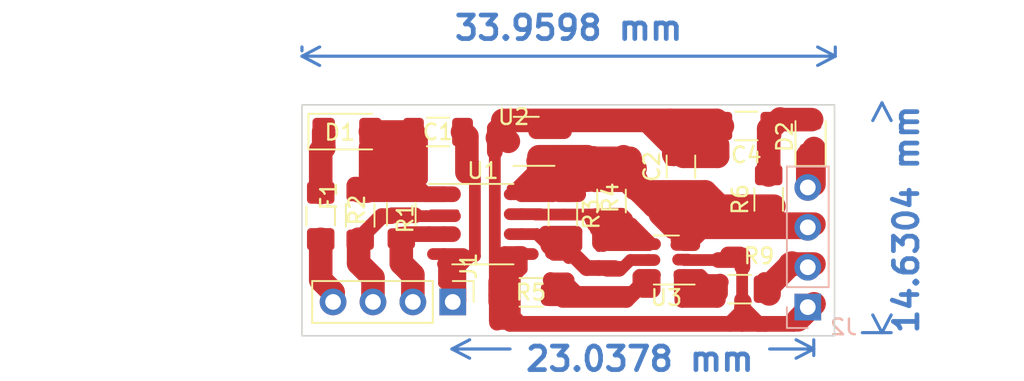
<source format=kicad_pcb>
(kicad_pcb (version 20221018) (generator pcbnew)
  (layers (0 "F.Cu" signal) (31 "B.Cu" signal) (34 "B.Paste" user) (35 "F.Paste" user) (36 "B.SilkS" user "B.Silkscreen") (37 "F.SilkS" user "F.Silkscreen") (38 "B.Mask" user) (39 "F.Mask" user) (44 "Edge.Cuts" user))
  (net 0 "")
  (net 1 "Net-(D1-A)")
  (net 2 "GND1")
  (net 3 "GNDS")
  (net 4 "Net-(J2-Pin_3)")
  (net 5 "Net-(D2-A)")
  (net 6 "Net-(D1-K)")
  (net 7 "Net-(D2-K)")
  (net 8 "Net-(J1-Pin_4)")
  (net 9 "Net-(J1-Pin_2)")
  (net 10 "Net-(J1-Pin_3)")
  (net 11 "Net-(J2-Pin_2)")
  (net 12 "Net-(U3-SCL)")
  (net 13 "Net-(U3-SDA)")
  (net 14 "Net-(U3-A0)")
  (net 15 "Net-(U3-VOUT)")
  (footprint "Resistor_SMD:R_1206_3216Metric_Pad1.30x1.75mm_HandSolder" (layer "F.Cu") (at 59.9186 155.3216 -90)
    (fp_text reference "R3" (at 0 -1.82 90) (layer "F.SilkS"))
    (fp_text value "10k")
    (fp_line (start -0.727064 -0.91) (end 0.727064 -0.91) (stroke (width 0.12)) (layer "F.SilkS"))
    (fp_line (start -0.727064 0.91) (end 0.727064 0.91) (stroke (width 0.12)) (layer "F.SilkS"))
    (pad "1" smd roundrect (at -1.55 0 270) (size 1.3 1.75) (layers "F.Cu" "F.Paste" "F.Mask") (roundrect_rratio 0.1923076923) (net 4 "Net-(J2-Pin_3)"))
    (pad "2" smd roundrect (at 1.55 0 270) (size 1.3 1.75) (layers "F.Cu" "F.Paste" "F.Mask") (roundrect_rratio 0.1923076923) (net 12 "Net-(U3-SCL)"))
  )
  (footprint "Package_TO_SOT_SMD:SOT-23-6" (layer "F.Cu") (at 66.5095 158.242 180)
    (fp_text reference "U3" (at 0 -2.4) (layer "F.SilkS"))
    (fp_text value "MCP4725")
    (fp_line (start 0 -1.56) (end -1.8 -1.56) (stroke (width 0.12)) (layer "F.SilkS"))
    (fp_line (start 0 -1.56) (end 0.8 -1.56) (stroke (width 0.12)) (layer "F.SilkS"))
    (fp_line (start 0 1.56) (end -0.8 1.56) (stroke (width 0.12)) (layer "F.SilkS"))
    (fp_line (start 0 1.56) (end 0.8 1.56) (stroke (width 0.12)) (layer "F.SilkS"))
    (pad "1" smd roundrect (at -1.1375 -0.95 180) (size 1.325 0.6) (layers "F.Cu" "F.Paste" "F.Mask") (net 15 "Net-(U3-VOUT)"))
    (pad "2" smd roundrect (at -1.1375 0 180) (size 1.325 0.6) (layers "F.Cu" "F.Paste" "F.Mask") (net 3 "GNDS"))
    (pad "3" smd roundrect (at -1.1375 0.95 180) (size 1.325 0.6) (layers "F.Cu" "F.Paste" "F.Mask") (net 4 "Net-(J2-Pin_3)"))
    (pad "4" smd roundrect (at 1.1375 0.95 180) (size 1.325 0.6) (layers "F.Cu" "F.Paste" "F.Mask") (net 13 "Net-(U3-SDA)"))
    (pad "5" smd roundrect (at 1.1375 0 180) (size 1.325 0.6) (layers "F.Cu" "F.Paste" "F.Mask") (net 12 "Net-(U3-SCL)"))
    (pad "6" smd roundrect (at 1.1375 -0.95 180) (size 1.325 0.6) (layers "F.Cu" "F.Paste" "F.Mask") (net 14 "Net-(U3-A0)"))
  )
  (footprint "Package_TO_SOT_SMD:SOT-23-3" (layer "F.Cu") (at 57.5873 150.683 180)
    (fp_text reference "U2" (at 0.8 1.56) (layer "F.SilkS"))
    (fp_text value "ZRB500_5")
    (fp_line (start 0 -1.56) (end -1.8 -1.56) (stroke (width 0.12)) (layer "F.SilkS"))
    (fp_line (start 0 -1.56) (end 0.8 -1.56) (stroke (width 0.12)) (layer "F.SilkS"))
    (fp_line (start 0 1.56) (end -0.8 1.56) (stroke (width 0.12)) (layer "F.SilkS"))
    (fp_line (start 0 1.56) (end 0.8 1.56) (stroke (width 0.12)) (layer "F.SilkS"))
    (pad "1" smd roundrect (at -1.1375 -0.95 180) (size 1.325 0.6) (layers "F.Cu" "F.Paste" "F.Mask") (net 4 "Net-(J2-Pin_3)"))
    (pad "2" smd roundrect (at -1.1375 0.95 180) (size 1.325 0.6) (layers "F.Cu" "F.Paste" "F.Mask") (net 3 "GNDS"))
    (pad "3" smd roundrect (at 1.1375 0 180) (size 1.325 0.6) (layers "F.Cu" "F.Paste" "F.Mask") (net 3 "GNDS"))
  )
  (footprint "Diode_SMD:D_1206_3216Metric_Pad1.42x1.75mm_HandSolder" (layer "F.Cu") (at 46.1772 150.0632)
    (fp_text reference "D1" (at -0.4572 0.0508) (layer "F.SilkS"))
    (fp_text value "Schottky")
    (fp_line (start -2.46 -1.135) (end -2.46 1.135) (stroke (width 0.12)) (layer "F.SilkS"))
    (fp_line (start -2.46 1.135) (end 1.6 1.135) (stroke (width 0.12)) (layer "F.SilkS"))
    (fp_line (start 1.6 -1.135) (end -2.46 -1.135) (stroke (width 0.12)) (layer "F.SilkS"))
    (pad "1" smd roundrect (at -1.4875 0) (size 1.425 1.75) (layers "F.Cu" "F.Paste" "F.Mask") (roundrect_rratio 0.1754392982) (net 6 "Net-(D1-K)"))
    (pad "2" smd roundrect (at 1.4875 0) (size 1.425 1.75) (layers "F.Cu" "F.Paste" "F.Mask") (roundrect_rratio 0.1754392982) (net 1 "Net-(D1-A)"))
  )
  (footprint "Fuse:Fuse_1206_3216Metric_Pad1.42x1.75mm_HandSolder" (layer "F.Cu") (at 44.5008 155.4337 -90)
    (fp_text reference "F1" (at -1.27 -0.508 -270) (layer "F.SilkS"))
    (fp_text value "100mA")
    (fp_line (start -0.602064 -0.91) (end 0.602064 -0.91) (stroke (width 0.12)) (layer "F.SilkS"))
    (fp_line (start -0.602064 0.91) (end 0.602064 0.91) (stroke (width 0.12)) (layer "F.SilkS"))
    (pad "1" smd roundrect (at -1.4875 0 270) (size 1.425 1.75) (layers "F.Cu" "F.Paste" "F.Mask") (roundrect_rratio 0.1754392982) (net 6 "Net-(D1-K)"))
    (pad "2" smd roundrect (at 1.4875 0 270) (size 1.425 1.75) (layers "F.Cu" "F.Paste" "F.Mask") (roundrect_rratio 0.1754392982) (net 8 "Net-(J1-Pin_4)"))
  )
  (footprint "Resistor_SMD:R_1206_3216Metric_Pad1.30x1.75mm_HandSolder" (layer "F.Cu") (at 73.025 154.3812 90)
    (fp_text reference "R6" (at 0 -1.82 90) (layer "F.SilkS"))
    (fp_text value "3k")
    (fp_line (start -0.727064 -0.91) (end 0.727064 -0.91) (stroke (width 0.12)) (layer "F.SilkS"))
    (fp_line (start -0.727064 0.91) (end 0.727064 0.91) (stroke (width 0.12)) (layer "F.SilkS"))
    (pad "1" smd roundrect (at -1.55 0 90) (size 1.3 1.75) (layers "F.Cu" "F.Paste" "F.Mask") (roundrect_rratio 0.1923076923) (net 4 "Net-(J2-Pin_3)"))
    (pad "2" smd roundrect (at 1.55 0 90) (size 1.3 1.75) (layers "F.Cu" "F.Paste" "F.Mask") (roundrect_rratio 0.1923076923) (net 5 "Net-(D2-A)"))
  )
  (footprint "Resistor_SMD:R_1206_3216Metric_Pad1.30x1.75mm_HandSolder" (layer "F.Cu") (at 63.0174 154.4828 -90)
    (fp_text reference "R4" (at -0.2038 0.0762 90) (layer "F.SilkS"))
    (fp_text value "10k")
    (fp_line (start -0.727064 -0.91) (end 0.727064 -0.91) (stroke (width 0.12)) (layer "F.SilkS"))
    (fp_line (start -0.727064 0.91) (end 0.727064 0.91) (stroke (width 0.12)) (layer "F.SilkS"))
    (pad "1" smd roundrect (at -1.55 0 270) (size 1.3 1.75) (layers "F.Cu" "F.Paste" "F.Mask") (roundrect_rratio 0.1923076923) (net 4 "Net-(J2-Pin_3)"))
    (pad "2" smd roundrect (at 1.55 0 270) (size 1.3 1.75) (layers "F.Cu" "F.Paste" "F.Mask") (roundrect_rratio 0.1923076923) (net 13 "Net-(U3-SDA)"))
  )
  (footprint "Diode_SMD:D_0805_2012Metric_Pad1.15x1.40mm_HandSolder" (layer "F.Cu") (at 75.692 150.3934 90)
    (fp_text reference "D2" (at 0 -1.65 90) (layer "F.SilkS"))
    (fp_text value "DIODE")
    (fp_line (start -1.86 -0.96) (end -1.86 0.96) (stroke (width 0.12)) (layer "F.SilkS"))
    (fp_line (start -1.86 0.96) (end 1 0.96) (stroke (width 0.12)) (layer "F.SilkS"))
    (fp_line (start 1 -0.96) (end -1.86 -0.96) (stroke (width 0.12)) (layer "F.SilkS"))
    (pad "1" smd roundrect (at -1.025 0 90) (size 1.15 1.4) (layers "F.Cu" "F.Paste" "F.Mask") (roundrect_rratio 0.217391) (net 7 "Net-(D2-K)"))
    (pad "2" smd roundrect (at 1.025 0 90) (size 1.15 1.4) (layers "F.Cu" "F.Paste" "F.Mask") (roundrect_rratio 0.217391) (net 5 "Net-(D2-A)"))
  )
  (footprint "Resistor_SMD:R_1206_3216Metric_Pad1.30x1.75mm_HandSolder" (layer "F.Cu") (at 49.6316 155.321 -90)
    (fp_text reference "R1" (at 0.254 -0.254 90) (layer "F.SilkS"))
    (fp_text value "10k")
    (fp_line (start -0.727064 -0.91) (end 0.727064 -0.91) (stroke (width 0.12)) (layer "F.SilkS"))
    (fp_line (start -0.727064 0.91) (end 0.727064 0.91) (stroke (width 0.12)) (layer "F.SilkS"))
    (pad "1" smd roundrect (at -1.55 0 270) (size 1.3 1.75) (layers "F.Cu" "F.Paste" "F.Mask") (roundrect_rratio 0.1923076923) (net 1 "Net-(D1-A)"))
    (pad "2" smd roundrect (at 1.55 0 270) (size 1.3 1.75) (layers "F.Cu" "F.Paste" "F.Mask") (roundrect_rratio 0.1923076923) (net 9 "Net-(J1-Pin_2)"))
  )
  (footprint "Connector_PinHeader_2.54mm:PinHeader_1x04_P2.54mm_Vertical" (layer "F.Cu") (at 52.9082 160.909 -90)
    (fp_text reference "J1" (at -2.286 -1.016 -270) (layer "F.SilkS"))
    (fp_text value "+5V,SCL,SDA,Gnd1")
    (fp_line (start -1.33 -1.33) (end 0 -1.33) (stroke (width 0.12)) (layer "F.SilkS"))
    (fp_line (start -1.33 0) (end -1.33 -1.33) (stroke (width 0.12)) (layer "F.SilkS"))
    (fp_line (start -1.33 1.27) (end -1.33 8.95) (stroke (width 0.12)) (layer "F.SilkS"))
    (fp_line (start -1.33 1.27) (end 1.33 1.27) (stroke (width 0.12)) (layer "F.SilkS"))
    (fp_line (start -1.33 8.95) (end 1.33 8.95) (stroke (width 0.12)) (layer "F.SilkS"))
    (fp_line (start 1.33 1.27) (end 1.33 8.95) (stroke (width 0.12)) (layer "F.SilkS"))
    (pad "1" thru_hole rect (at 0 0 270) (size 1.7 1.7) (drill 1) (layers "*.Cu" "*.Mask") (net 2 "GND1"))
    (pad "2" thru_hole oval (at 0 2.54 270) (size 1.7 1.7) (drill 1) (layers "*.Cu" "*.Mask") (net 9 "Net-(J1-Pin_2)"))
    (pad "3" thru_hole oval (at 0 5.08 270) (size 1.7 1.7) (drill 1) (layers "*.Cu" "*.Mask") (net 10 "Net-(J1-Pin_3)"))
    (pad "4" thru_hole oval (at 0 7.62 270) (size 1.7 1.7) (drill 1) (layers "*.Cu" "*.Mask") (net 8 "Net-(J1-Pin_4)"))
  )
  (footprint "Resistor_SMD:R_1206_3216Metric_Pad1.30x1.75mm_HandSolder" (layer "F.Cu") (at 57.8866 160.2994 180)
    (fp_text reference "R5" (at 0 0) (layer "F.SilkS"))
    (fp_text value "10k")
    (fp_line (start -0.727064 -0.91) (end 0.727064 -0.91) (stroke (width 0.12)) (layer "F.SilkS"))
    (fp_line (start -0.727064 0.91) (end 0.727064 0.91) (stroke (width 0.12)) (layer "F.SilkS"))
    (pad "1" smd roundrect (at -1.55 0 180) (size 1.3 1.75) (layers "F.Cu" "F.Paste" "F.Mask") (roundrect_rratio 0.1923076923) (net 14 "Net-(U3-A0)"))
    (pad "2" smd roundrect (at 1.55 0 180) (size 1.3 1.75) (layers "F.Cu" "F.Paste" "F.Mask") (roundrect_rratio 0.1923076923) (net 3 "GNDS"))
  )
  (footprint "Capacitor_SMD:C_1206_3216Metric_Pad1.33x1.80mm_HandSolder" (layer "F.Cu") (at 71.6026 149.7076 180)
    (fp_text reference "C4" (at 0 -1.85 180) (layer "F.SilkS"))
    (fp_text value "10")
    (fp_line (start -0.711252 -0.91) (end 0.711252 -0.91) (stroke (width 0.12)) (layer "F.SilkS"))
    (fp_line (start -0.711252 0.91) (end 0.711252 0.91) (stroke (width 0.12)) (layer "F.SilkS"))
    (pad "1" smd roundrect (at -1.5625 0 180) (size 1.325 1.8) (layers "F.Cu" "F.Paste" "F.Mask") (roundrect_rratio 0.188679) (net 5 "Net-(D2-A)"))
    (pad "2" smd roundrect (at 1.5625 0 180) (size 1.325 1.8) (layers "F.Cu" "F.Paste" "F.Mask") (roundrect_rratio 0.188679) (net 3 "GNDS"))
  )
  (footprint "Resistor_SMD:R_1206_3216Metric_Pad1.30x1.75mm_HandSolder" (layer "F.Cu") (at 71.1714 160.0962)
    (fp_text reference "R9" (at 1.2323 -2.1082) (layer "F.SilkS"))
    (fp_text value "10k")
    (fp_line (start -0.727064 -0.91) (end 0.727064 -0.91) (stroke (width 0.12)) (layer "F.SilkS"))
    (fp_line (start -0.727064 0.91) (end 0.727064 0.91) (stroke (width 0.12)) (layer "F.SilkS"))
    (pad "1" smd roundrect (at -1.55 0) (size 1.3 1.75) (layers "F.Cu" "F.Paste" "F.Mask") (roundrect_rratio 0.1923076923) (net 15 "Net-(U3-VOUT)"))
    (pad "2" smd roundrect (at 1.55 0) (size 1.3 1.75) (layers "F.Cu" "F.Paste" "F.Mask") (roundrect_rratio 0.1923076923) (net 11 "Net-(J2-Pin_2)"))
  )
  (footprint "Resistor_SMD:R_1206_3216Metric_Pad1.30x1.75mm_HandSolder" (layer "F.Cu") (at 47.0154 155.3972 -90)
    (fp_text reference "R2" (at -0.338 0.212 90) (layer "F.SilkS"))
    (fp_text value "10k")
    (fp_line (start -0.727064 -0.91) (end 0.727064 -0.91) (stroke (width 0.12)) (layer "F.SilkS"))
    (fp_line (start -0.727064 0.91) (end 0.727064 0.91) (stroke (width 0.12)) (layer "F.SilkS"))
    (pad "1" smd roundrect (at -1.55 0 270) (size 1.3 1.75) (layers "F.Cu" "F.Paste" "F.Mask") (roundrect_rratio 0.1923076923) (net 1 "Net-(D1-A)"))
    (pad "2" smd roundrect (at 1.55 0 270) (size 1.3 1.75) (layers "F.Cu" "F.Paste" "F.Mask") (roundrect_rratio 0.1923076923) (net 10 "Net-(J1-Pin_3)"))
  )
  (footprint "Capacitor_SMD:C_1206_3216Metric_Pad1.33x1.80mm_HandSolder" (layer "F.Cu") (at 67.437 152.2984 90)
    (fp_text reference "C2" (at 0 -1.85 90) (layer "F.SilkS"))
    (fp_text value "10µF")
    (fp_line (start -0.711252 -0.91) (end 0.711252 -0.91) (stroke (width 0.12)) (layer "F.SilkS"))
    (fp_line (start -0.711252 0.91) (end 0.711252 0.91) (stroke (width 0.12)) (layer "F.SilkS"))
    (pad "1" smd roundrect (at -1.5625 0 90) (size 1.325 1.8) (layers "F.Cu" "F.Paste" "F.Mask") (roundrect_rratio 0.188679) (net 4 "Net-(J2-Pin_3)"))
    (pad "2" smd roundrect (at 1.5625 0 90) (size 1.325 1.8) (layers "F.Cu" "F.Paste" "F.Mask") (roundrect_rratio 0.188679) (net 3 "GNDS"))
  )
  (footprint "Capacitor_SMD:C_1206_3216Metric_Pad1.33x1.80mm_HandSolder" (layer "F.Cu") (at 51.9684 150.0886)
    (fp_text reference "C1" (at 0 0) (layer "F.SilkS"))
    (fp_text value "10µ")
    (fp_line (start -0.711252 -0.91) (end 0.711252 -0.91) (stroke (width 0.12)) (layer "F.SilkS"))
    (fp_line (start -0.711252 0.91) (end 0.711252 0.91) (stroke (width 0.12)) (layer "F.SilkS"))
    (pad "1" smd roundrect (at -1.5625 0) (size 1.325 1.8) (layers "F.Cu" "F.Paste" "F.Mask") (roundrect_rratio 0.1886792453) (net 1 "Net-(D1-A)"))
    (pad "2" smd roundrect (at 1.5625 0) (size 1.325 1.8) (layers "F.Cu" "F.Paste" "F.Mask") (roundrect_rratio 0.1886792453) (net 2 "GND1"))
  )
  (footprint "Package_SO:SOIC-8_3.9x4.9mm_P1.27mm" (layer "F.Cu") (at 54.8255 155.956)
    (fp_text reference "U1" (at 0 -3.4) (layer "F.SilkS"))
    (fp_text value "ADuM1250")
    (fp_line (start 0 -2.56) (end -3.45 -2.56) (stroke (width 0.12)) (layer "F.SilkS"))
    (fp_line (start 0 -2.56) (end 1.95 -2.56) (stroke (width 0.12)) (layer "F.SilkS"))
    (fp_line (start 0 2.56) (end -1.95 2.56) (stroke (width 0.12)) (layer "F.SilkS"))
    (fp_line (start 0 2.56) (end 1.95 2.56) (stroke (width 0.12)) (layer "F.SilkS"))
    (pad "1" smd roundrect (at -2.475 -1.905) (size 1.95 0.6) (layers "F.Cu" "F.Paste" "F.Mask") (net 1 "Net-(D1-A)"))
    (pad "2" smd roundrect (at -2.475 -0.635) (size 1.95 0.6) (layers "F.Cu" "F.Paste" "F.Mask") (net 10 "Net-(J1-Pin_3)"))
    (pad "3" smd roundrect (at -2.475 0.635) (size 1.95 0.6) (layers "F.Cu" "F.Paste" "F.Mask") (net 9 "Net-(J1-Pin_2)"))
    (pad "4" smd roundrect (at -2.475 1.905) (size 1.95 0.6) (layers "F.Cu" "F.Paste" "F.Mask") (net 2 "GND1"))
    (pad "5" smd roundrect (at 2.475 1.905) (size 1.95 0.6) (layers "F.Cu" "F.Paste" "F.Mask") (net 3 "GNDS"))
    (pad "6" smd roundrect (at 2.475 0.635) (size 1.95 0.6) (layers "F.Cu" "F.Paste" "F.Mask") (net 12 "Net-(U3-SCL)"))
    (pad "7" smd roundrect (at 2.475 -0.635) (size 1.95 0.6) (layers "F.Cu" "F.Paste" "F.Mask") (net 13 "Net-(U3-SDA)"))
    (pad "8" smd roundrect (at 2.475 -1.905) (size 1.95 0.6) (layers "F.Cu" "F.Paste" "F.Mask") (net 4 "Net-(J2-Pin_3)"))
  )
  (footprint "Connector_PinHeader_2.54mm:PinHeader_1x04_P2.54mm_Vertical" (layer "B.Cu") (at 75.5142 161.2392)
    (fp_text reference "J2" (at 2.286 1.27) (layer "B.SilkS") (effects (justify mirror)))
    (fp_text value "+30V,+5V,Dac_Out,Ground_s")
    (fp_line (start -1.33 -8.95) (end 1.33 -8.95) (stroke (width 0.12)) (layer "B.SilkS"))
    (fp_line (start -1.33 -1.27) (end -1.33 -8.95) (stroke (width 0.12)) (layer "B.SilkS"))
    (fp_line (start -1.33 -1.27) (end 1.33 -1.27) (stroke (width 0.12)) (layer "B.SilkS"))
    (fp_line (start -1.33 0) (end -1.33 1.33) (stroke (width 0.12)) (layer "B.SilkS"))
    (fp_line (start -1.33 1.33) (end 0 1.33) (stroke (width 0.12)) (layer "B.SilkS"))
    (fp_line (start 1.33 -1.27) (end 1.33 -8.95) (stroke (width 0.12)) (layer "B.SilkS"))
    (pad "1" thru_hole rect (at 0 0) (size 1.7 1.7) (drill 1) (layers "*.Cu" "*.Mask") (net 3 "GNDS"))
    (pad "2" thru_hole oval (at 0 -2.54) (size 1.7 1.7) (drill 1) (layers "*.Cu" "*.Mask") (net 11 "Net-(J2-Pin_2)"))
    (pad "3" thru_hole oval (at 0 -5.08) (size 1.7 1.7) (drill 1) (layers "*.Cu" "*.Mask") (net 4 "Net-(J2-Pin_3)"))
    (pad "4" thru_hole oval (at 0 -7.62) (size 1.7 1.7) (drill 1) (layers "*.Cu" "*.Mask") (net 7 "Net-(D2-K)"))
  )
  (gr_rect (start 24.13 163.322) (end 24.13 163.322) (stroke (width 0.1)) (fill none) (layer "Edge.Cuts"))
  (gr_rect (start 43.307 148.3614) (end 77.216 163.068) (stroke (width 0.1)) (fill none) (layer "Edge.Cuts"))
  (dimension (type orthogonal) (layer "B.Cu") (pts (xy 43.307 145.415) (xy 77.2668 145.6436)) (height -0.1524) (orientation 0) (gr_text "33,9598 mm" (at 60.2869 143.4626) (layer "B.Cu") (effects (font (size 1.5 1.5) (thickness 0.3)))) (format (prefix "") (suffix "") (units 3) (units_format 1) (precision 4)) (style (thickness 0.2) (arrow_length 1.27) (text_position_mode 0) (extension_height 0.58642) (extension_offset 0.5) keep_text_aligned))
  (dimension (type orthogonal) (layer "B.Cu") (pts (xy 52.8574 163.9062) (xy 75.8952 164.8206)) (height 0) (orientation 0) (gr_text "23,0378 mm" (at 64.8208 164.5412) (layer "B.Cu") (effects (font (size 1.5 1.5) (thickness 0.3)))) (format (prefix "") (suffix "") (units 3) (units_format 1) (precision 4)) (style (thickness 0.2) (arrow_length 1.27) (text_position_mode 2) (extension_height 0.58642) (extension_offset 0.5) keep_text_aligned))
  (dimension (type orthogonal) (layer "B.Cu") (pts (xy 80.2386 148.2344) (xy 78.486 162.8648)) (height 0) (orientation 1) (gr_text "14,6304 mm" (at 81.788 155.6512 90) (layer "B.Cu") (effects (font (size 1.5 1.5) (thickness 0.3)))) (format (prefix "") (suffix "") (units 3) (units_format 1) (precision 4)) (style (thickness 0.2) (arrow_length 1.27) (text_position_mode 2) (extension_height 0.58642) (extension_offset 0.5) keep_text_aligned))
  (segment (start 50.9524 153.107928) (end 50.9524 150.472872) (width 0.75) (layer "F.Cu") (net 1))
  (segment (start 47.6901 150.0886) (end 47.6647 150.0632) (width 1.5) (layer "F.Cu") (net 1))
  (segment (start 47.679 152.8096) (end 48.1584 153.289) (width 1.5) (layer "F.Cu") (net 1))
  (segment (start 46.6604 153.4414) (end 49.1484 153.4414) (width 1) (layer "F.Cu") (net 1))
  (segment (start 50.4059 150.0886) (end 47.6901 150.0886) (width 1.5) (layer "F.Cu") (net 1))
  (segment (start 52.3505 154.051) (end 52.9205 154.051) (width 1) (layer "F.Cu") (net 1))
  (segment (start 49.489388 151.696) (end 49.586556 151.598832) (width 1.5) (layer "F.Cu") (net 1))
  (segment (start 47.679 151.0792) (end 47.679 152.8096) (width 1.5) (layer "F.Cu") (net 1))
  (segment (start 51.1425 154.051) (end 49.9995 152.908) (width 1) (layer "F.Cu") (net 1))
  (segment (start 52.3505 154.051) (end 51.1425 154.051) (width 1) (layer "F.Cu") (net 1))
  (segment (start 47.9806 153.2128) (end 49.702044 151.491356) (width 1.5) (layer "F.Cu") (net 1))
  (segment (start 49.1955 152.104) (end 49.9995 152.908) (width 1.5) (layer "F.Cu") (net 1))
  (segment (start 47.679 151.0792) (end 49.8217 151.0792) (width 1.5) (layer "F.Cu") (net 1))
  (segment (start 52.3505 154.051) (end 47.1938 154.051) (width 1) (layer "F.Cu") (net 1))
  (segment (start 49.6316 153.771) (end 46.964 153.771) (width 1.5) (layer "F.Cu") (net 1))
  (segment (start 47.4523 153.8472) (end 49.1955 152.104) (width 1.5) (layer "F.Cu") (net 1))
  (segment (start 47.1938 154.051) (end 46.8122 153.6694) (width 1) (layer "F.Cu") (net 1))
  (segment (start 49.8217 151.0792) (end 50.3805 151.638) (width 1.5) (layer "F.Cu") (net 1))
  (segment (start 50.3428 152.3746) (end 50.3428 151.048712) (width 1.5) (layer "F.Cu") (net 1))
  (segment (start 49.4915 152.654) (end 48.9835 152.654) (width 0.75) (layer "F.Cu") (net 1))
  (segment (start 46.964 153.771) (end 46.9138 153.8212) (width 1.5) (layer "F.Cu") (net 1))
  (segment (start 50.5075 153.416) (end 50.303226 153.416) (width 0.75) (layer "F.Cu") (net 1))
  (segment (start 49.9735 152.882) (end 49.9995 152.908) (width 1) (layer "F.Cu") (net 1))
  (segment (start 48.9204 152.527) (end 48.1584 153.289) (width 1.5) (layer "F.Cu") (net 1))
  (segment (start 47.0154 153.8472) (end 47.4523 153.8472) (width 1.5) (layer "F.Cu") (net 1))
  (segment (start 53.3015 158.75) (end 53.01595 159.03555) (width 0.75) (layer "F.Cu") (net 2))
  (segment (start 54.3175 157.988) (end 53.5555 157.988) (width 0.75) (layer "F.Cu") (net 2))
  (segment (start 52.4775 157.988) (end 53.5555 157.988) (width 1) (layer "F.Cu") (net 2))
  (segment (start 53.8095 150.3672) (end 53.5309 150.0886) (width 1.5) (layer "F.Cu") (net 2))
  (segment (start 54.3175 153.162) (end 54.3175 152.223) (width 0.75) (layer "F.Cu") (net 2))
  (segment (start 54.3175 152.223) (end 53.771 151.6765) (width 0.75) (layer "F.Cu") (net 2))
  (segment (start 53.3015 158.75) (end 53.0475 158.496) (width 0.75) (layer "F.Cu") (net 2))
  (segment (start 53.01595 159.03555) (end 52.3505 159.701) (width 0.75) (layer "F.Cu") (net 2))
  (segment (start 53.8095 152.654) (end 53.8095 150.3672) (width 1.5) (layer "F.Cu") (net 2))
  (segment (start 53.8095 152.654) (end 54.3175 153.162) (width 0.75) (layer "F.Cu") (net 2))
  (segment (start 53.5555 158.496) (end 53.3015 158.75) (width 0.75) (layer "F.Cu") (net 2))
  (segment (start 54.0635 157.988) (end 53.5555 158.496) (width 0.75) (layer "F.Cu") (net 2))
  (segment (start 53.5555 157.988) (end 53.5555 158.496) (width 0.75) (layer "F.Cu") (net 2))
  (segment (start 52.3505 157.861) (end 51.6505 157.861) (width 0.75) (layer "F.Cu") (net 2))
  (segment (start 54.3175 157.988) (end 54.0635 157.988) (width 0.75) (layer "F.Cu") (net 2))
  (segment (start 52.9082 160.909) (end 53.01595 160.80125) (width 1.5) (layer "F.Cu") (net 2))
  (segment (start 54.3175 153.162) (end 54.3175 157.988) (width 0.75) (layer "F.Cu") (net 2))
  (segment (start 53.0475 158.496) (end 52.2855 158.496) (width 0.75) (layer "F.Cu") (net 2))
  (segment (start 52.3505 157.861) (end 52.3505 159.701) (width 0.75) (layer "F.Cu") (net 2))
  (segment (start 53.01595 160.80125) (end 53.01595 159.03555) (width 1.5) (layer "F.Cu") (net 2))
  (segment (start 71.3355 161.544) (end 70.5735 162.306) (width 1) (layer "F.Cu") (net 3))
  (segment (start 57.3005 157.861) (end 58.0005 157.861) (width 0.75) (layer "F.Cu") (net 3))
  (segment (start 57.3005 157.861) (end 56.9845 157.861) (width 1) (layer "F.Cu") (net 3))
  (segment (start 57.3005 157.861) (end 57.3005 158.815) (width 0.75) (layer "F.Cu") (net 3))
  (segment (start 71.1962 157.8864) (end 70.4342 157.8864) (width 1) (layer "F.Cu") (net 3))
  (segment (start 74.6375 162.306) (end 74.8915 162.052) (width 1) (layer "F.Cu") (net 3))
  (segment (start 55.8038 162.306) (end 68.2875 162.306) (width 0.75) (layer "F.Cu") (net 3))
  (segment (start 69.773 151.638) (end 67.5996 151.638) (width 1.5) (layer "F.Cu") (net 3))
  (segment (start 56.2225 158.369) (end 56.6035 158.75) (width 1) (layer "F.Cu") (net 3))
  (segment (start 71.3355 162.306) (end 72.8595 162.306) (width 1) (layer "F.Cu") (net 3))
  (segment (start 74.8915 162.052) (end 75.1455 161.798) (width 1) (layer "F.Cu") (net 3))
  (segment (start 75.9075 161.036) (end 74.8915 162.052) (width 1.5) (layer "F.Cu") (net 3))
  (segment (start 57.3655 162.306) (end 56.6928 162.306) (width 0.75) (layer "F.Cu") (net 3))
  (segment (start 55.7505 150.459) (end 56.6035 149.606) (width 0.75) (layer "F.Cu") (net 3))
  (segment (start 55.7276 160.528) (end 55.6768 160.4772) (width 0.75) (layer "F.Cu") (net 3))
  (segment (start 66.6496 150.6982) (end 65.4056 149.4542) (width 1.5) (layer "F.Cu") (net 3))
  (segment (start 55.7505 149.697) (end 55.7505 150.459) (width 0.75) (layer "F.Cu") (net 3))
  (segment (start 71.3355 161.29) (end 71.3355 161.544) (width 1) (layer "F.Cu") (net 3))
  (segment (start 56.3366 160.2994) (end 56.3366 161.6208) (width 1) (layer "F.Cu") (net 3))
  (segment (start 71.3486 158.6992) (end 71.3486 157.9372) (width 1) (layer "F.Cu") (net 3))
  (segment (start 56.3366 161.6208) (end 55.7276 162.2298) (width 1) (layer "F.Cu") (net 3))
  (segment (start 55.6768 159.613) (end 55.6768 160.4772) (width 1) (layer "F.Cu") (net 3))
  (segment (start 71.3355 158.93775) (end 71.3355 161.10225) (width 0.75) (layer "F.Cu") (net 3))
  (segment (start 67.2592 158.2166) (end 67.8887 158.2166) (width 0.75) (layer "F.Cu") (net 3))
  (segment (start 56.8575 159.258) (end 56.8575 161.798) (width 0.75) (layer "F.Cu") (net 3))
  (segment (start 69.55095 151.0284) (end 67.10105 151.0284) (width 1.5) (layer "F.Cu") (net 3))
  (segment (start 57.3005 158.815) (end 56.8575 159.258) (width 0.75) (layer "F.Cu") (net 3))
  (segment (start 71.3355 162.306) (end 70.5735 162.306) (width 0.75) (layer "F.Cu") (net 3))
  (segment (start 55.7505 150.459) (end 56.2258 150.459) (width 1.5) (layer "F.Cu") (net 3))
  (segment (start 55.5875 151.358) (end 55.5875 162.0897) (width 0.75) (layer "F.Cu") (net 3))
  (segment (start 56.0955 159.258) (end 56.6035 158.75) (width 1) (layer "F.Cu") (net 3))
  (segment (start 69.773 150.9145) (end 69.773 151.638) (width 1.5) (layer "F.Cu") (net 3))
  (segment (start 69.8115 158.242) (end 67.647 158.242) (width 0.75) (layer "F.Cu") (net 3))
  (segment (start 55.5875 149.86) (end 55.5875 151.358) (width 1) (layer "F.Cu") (net 3))
  (segment (start 72.8595 162.306) (end 72.3515 162.306) (width 1) (layer "F.Cu") (net 3))
  (segment (start 75.9075 161.036) (end 75.1455 161.798) (width 1.5) (layer "F.Cu") (net 3))
  (segment (start 56.0955 149.352) (end 55.7505 149.697) (width 1) (layer "F.Cu") (net 3))
  (segment (start 69.146 150.0886) (end 68.0648 150.0886) (width 1.5) (layer "F.Cu") (net 3))
  (segment (start 72.8595 162.306) (end 74.6375 162.306) (width 1) (layer "F.Cu") (net 3))
  (segment (start 71.3355 162.306) (end 56.5515 162.306) (width 1) (layer "F.Cu") (net 3))
  (segment (start 66.9798 151.5182) (end 66.9798 150.437) (width 1.5) (layer "F.Cu") (net 3))
  (segment (start 56.2225 157.861) (end 56.2225 158.369) (width 1) (layer "F.Cu") (net 3))
  (segment (start 67.5996 151.638) (end 66.863 150.9014) (width 1.5) (layer "F.Cu") (net 3))
  (segment (start 56.8575 161.798) (end 57.3655 162.306) (width 0.75) (layer "F.Cu") (net 3))
  (segment (start 57.3655 162.306) (end 68.2875 162.306) (width 0.75) (layer "F.Cu") (net 3))
  (segment (start 72.3515 162.306) (end 71.3355 161.29) (width 1) (layer "F.Cu") (net 3))
  (segment (start 55.6768 160.4772) (end 55.6768 160.909) (width 1) (layer "F.Cu") (net 3))
  (segment (start 66.89495 149.606) (end 69.85865 149.606) (width 1.5) (layer "F.Cu") (net 3))
  (segment (start 56.6928 162.306) (end 55.7276 161.3408) (width 0.75) (layer "F.Cu") (net 3))
  (segment (start 71.3355 160.782) (end 71.4355 160.882) (width 1) (layer "F.Cu") (net 3))
  (segment (start 56.0955 149.352) (end 66.7512 149.352) (width 1.5) (layer "F.Cu") (net 3))
  (segment (start 66.863 150.9014) (end 66.863 149.4638) (width 1.5) (layer "F.Cu") (net 3))
  (segment (start 57.3005 157.861) (end 56.2225 157.861) (width 1) (layer "F.Cu") (net 3))
  (segment (start 55.5875 162.0897) (end 55.7276 162.2298) (width 0.75) (layer "F.Cu") (net 3))
  (segment (start 56.6035 149.606) (end 56.3495 149.606) (width 0.75) (layer "F.Cu") (net 3))
  (segment (start 55.7276 162.2298) (end 55.8038 162.306) (width 0.75) (layer "F.Cu") (net 3))
  (segment (start 71.3355 158.242) (end 69.8115 158.242) (width 1) (layer "F.Cu") (net 3))
  (segment (start 56.3495 149.606) (end 56.0955 149.352) (width 0.75) (layer "F.Cu") (net 3))
  (segment (start 59.9948 150.0378) (end 58.2168 150.0378) (width 1) (layer "F.Cu") (net 3))
  (segment (start 55.7276 162.2298) (end 55.7276 161.3408) (width 0.75) (layer "F.Cu") (net 3))
  (segment (start 55.7276 161.3408) (end 55.7276 161.2138) (width 0.75) (layer "F.Cu") (net 3))
  (segment (start 70.5735 162.306) (end 68.2875 162.306) (width 0.75) (layer "F.Cu") (net 3))
  (segment (start 55.7505 149.697) (end 55.5875 149.86) (width 1) (layer "F.Cu") (net 3))
  (segment (start 69.7222 149.352) (end 70.0778 149.7076) (width 1.5) (layer "F.Cu") (net 3))
  (segment (start 71.3355 162.306) (end 71.3355 161.29) (width 1) (layer "F.Cu") (net 3))
  (segment (start 66.7512 149.352) (end 69.7222 149.352) (width 1.5) (layer "F.Cu") (net 3))
  (segment (start 56.2258 150.459) (end 56.4498 150.683) (width 1.5) (layer "F.Cu") (net 3))
  (segment (start 71.3355 161.29) (end 71.3355 160.782) (width 1) (layer "F.Cu") (net 3))
  (segment (start 56.0955 161.29) (end 56.0955 159.258) (width 1) (layer "F.Cu") (net 3))
  (segment (start 66.7512 151.8797) (end 66.7512 151.0022) (width 0.75) (layer "F.Cu") (net 3))
  (segment (start 55.7276 162.2298) (end 55.7276 160.528) (width 0.75) (layer "F.Cu") (net 3))
  (segment (start 56.5515 162.306) (end 56.3235 162.078) (width 1) (layer "F.Cu") (net 3))
  (segment (start 66.863 149.4638) (end 66.7512 149.352) (width 1.5) (layer "F.Cu") (net 3))
  (segment (start 67.1576 154.7622) (end 66.4911 154.0957) (width 1) (layer "F.Cu") (net 4))
  (segment (start 56.6035 153.67) (end 57.1115 153.67) (width 0.5) (layer "F.Cu") (net 4))
  (segment (start 67.2084 156.2608) (end 67.2084 157.0228) (width 0.75) (layer "F.Cu") (net 4))
  (segment (start 65.2395 154.686) (end 65.4935 154.686) (width 0.75) (layer "F.Cu") (net 4))
  (segment (start 58.9026 152.146) (end 59.1566 151.892) (width 1) (layer "F.Cu") (net 4))
  (segment (start 57.3005 154.051) (end 59.2705 154.051) (width 1) (layer "F.Cu") (net 4))
  (segment (start 61.4555 153.136) (end 61.4295 153.162) (width 1.5) (layer "F.Cu") (net 4))
  (segment (start 60.4774 152.2476) (end 59.7539 152.9711) (width 1) (layer "F.Cu") (net 4))
  (segment (start 67.647 157.172774) (end 68.194637 156.625137) (width 0.75) (layer "F.Cu") (net 4))
  (segment (start 68.990774 155.829) (end 68.4145 155.829) (width 1.5) (layer "F.Cu") (net 4))
  (segment (start 61.214 152.2476) (end 61.976 153.0096) (width 1.5) (layer "F.Cu") (net 4))
  (segment (start 57.3005 154.051) (end 56.5375 154.051) (width 0.75) (layer "F.Cu") (net 4))
  (segment (start 66.3956 155.575) (end 67.4116 155.575) (width 0.75) (layer "F.Cu") (net 4))
  (segment (start 67.14765 157.2768) (end 67.77715 157.2768) (width 0.75) (layer "F.Cu") (net 4))
  (segment (start 61.4295 153.162) (end 61.9375 153.67) (width 0.5) (layer "F.Cu") (net 4))
  (segment (start 67.647 157.292) (end 67.647 157.172774) (width 0.75) (layer "F.Cu") (net 4))
  (segment (start 57.3005 154.051) (end 57.9355 153.416) (width 0.75) (layer "F.Cu") (net 4))
  (segment (start 60.8584 153.3398) (end 59.0804 153.3398) (width 0.5) (layer "F.Cu") (net 4))
  (segment (start 56.7305 154.051) (end 56.6035 154.178) (width 0.5) (layer "F.Cu") (net 4))
  (segment (start 64.8325 153.9028) (end 68.9906 153.9028) (width 1.5) (layer "F.Cu") (net 4))
  (segment (start 59.3096 152.5276) (end 59.0296 152.2476) (width 1) (layer "F.Cu") (net 4))
  (segment (start 65.7427 154.813) (end 64.8325 153.9028) (width 1.5) (layer "F.Cu") (net 4))
  (segment (start 67.1576 156.972) (end 67.4671 156.972) (width 0.75) (layer "F.Cu") (net 4))
  (segment (start 57.3005 154.051) (end 56.7305 154.051) (width 0.5) (layer "F.Cu") (net 4))
  (segment (start 68.2875 157.292) (end 67.647 157.292) (width 0.75) (layer "F.Cu") (net 4))
  (segment (start 59.23895 152.60935) (end 58.51545 151.88585) (width 1) (layer "F.Cu") (net 4))
  (segment (start 67.327 156.972) (end 67.647 157.292) (width 0.75) (layer "F.Cu") (net 4))
  (segment (start 65.4935 154.686) (end 66.134 155.3265) (width 0.75) (layer "F.Cu") (net 4))
  (segment (start 60.9735 152.654) (end 61.4555 153.136) (width 1.5) (layer "F.Cu") (net 4))
  (segment (start 67.9057 155.829) (end 66.92205 154.84535) (width 1.5) (layer "F.Cu") (net 4))
  (segment (start 63.78 151.664) (end 64.516 152.4) (width 1.5) (layer "F.Cu") (net 4))
  (segment (start 59.6386 154.051) (end 60.4266 154.051) (width 1) (layer "F.Cu") (net 4))
  (segment (start 62.3576 153.162) (end 64.5916 153.162) (width 1.5) (layer "F.Cu") (net 4))
  (segment (start 67.9141 154.1018) (end 65.7407 154.1018) (width 1.5) (layer "F.Cu") (net 4))
  (segment (start 58.1275 152.654) (end 57.1115 153.67) (width 1) (layer "F.Cu") (net 4))
  (segment (start 68.9906 153.9028) (end 69.9008 154.813) (width 1.5) (layer "F.Cu") (net 4))
  (segment (start 60.1595 153.162) (end 61.4295 153.162) (width 1) (layer "F.Cu") (net 4))
  (segment (start 58.6486 153.8478) (end 58.6486 151.5618) (width 1) (layer "F.Cu") (net 4))
  (segment (start 56.9845 154.051) (end 56.6035 153.67) (width 0.5) (layer "F.Cu") (net 4))
  (segment (start 64.3932 153.9028) (end 63.881 153.3906) (width 1) (layer "F.Cu") (net 4))
  (segment (start 68.4145 155.829) (end 67.9057 155.829) (width 1.5) (layer "F.Cu") (net 4))
  (segment (start 59.6775 151.664) (end 58.394 151.664) (width 1.5) (layer "F.Cu") (net 4))
  (segment (start 73.24745 155.9306) (end 68.38295 155.9306) (width 1.5) (layer "F.Cu") (net 4))
  (segment (start 61.4555 151.664) (end 61.4555 151.918) (width 1.5) (layer "F.Cu") (net 4))
  (segment (start 60.6626 153.5684) (end 57.9046 153.5684) (width 1) (layer "F.Cu") (net 4))
  (segment (start 66.92205 154.84535) (end 66.9544 154.813) (width 1.5) (layer "F.Cu") (net 4))
  (segment (start 61.5201 151.9826) (end 61.4555 151.918) (width 1.5) (layer "F.Cu") (net 4))
  (segment (start 57.3005 154.051) (end 56.9845 154.051) (width 0.5) (layer "F.Cu") (net 4))
  (segment (start 59.6775 151.664) (end 61.4555 151.664) (width 1.5) (layer "F.Cu") (net 4))
  (segment (start 66.9544 154.813) (end 65.7427 154.813) (width 1.5) (layer "F.Cu") (net 4))
  (segment (start 66.134 155.3265) (end 67.0175 156.21) (width 0.75) (layer "F.Cu") (net 4))
  (segment (start 67.7795 156.21) (end 68.0335 156.21) (width 0.75) (layer "F.Cu") (net 4))
  (segment (start 75.5142 156.1592) (end 66.9667 156.1592) (width 1.5) (layer "F.Cu") (net 4))
  (segment (start 61.9122 151.4856) (end 58.3822 151.4856) (width 1) (layer "F.Cu") (net 4))
  (segment (start 65.9384 155.1178) (end 69.297674 155.1178) (width 1) (layer "F.Cu") (net 4))
  (segment (start 69.9008 154.813) (end 73.3552 154.813) (width 1.5) (layer "F.Cu") (net 4))
  (segment (start 58.1275 151.9305) (end 58.1275 152.654) (width 1) (layer "F.Cu") (net 4))
  (segment (start 67.3985 155.575) (end 67.3985 156.337) (width 0.75) (layer "F.Cu") (net 4))
  (segment (start 58.851 152.654) (end 58.851 153.3775) (width 1) (layer "F.Cu") (net 4))
  (segment (start 67.5255 156.464) (end 67.7795 156.21) (width 0.75) (layer "F.Cu") (net 4))
  (segment (start 66.9667 156.1592) (end 66.134 155.3265) (width 1.5) (layer "F.Cu") (net 4))
  (segment (start 58.7881 151.7525) (end 58.5216 152.019) (width 1.5) (layer "F.Cu") (net 4))
  (segment (start 67.437 155.7782) (end 67.6855 156.0267) (width 0.75) (layer "F.Cu") (net 4))
  (segment (start 60.1088 154.051) (end 60.8968 154.051) (width 1) (layer "F.Cu") (net 4))
  (segment (start 64.7954 153.6192) (end 66.0654 154.8892) (width 1.5) (layer "F.Cu") (net 4))
  (segment (start 68.0335 156.21) (end 68.4145 155.829) (width 0.75) (layer "F.Cu") (net 4))
  (segment (start 57.9355 153.416) (end 58.3815 153.416) (width 0.75) (layer "F.Cu") (net 4))
  (segment (start 58.851 152.654) (end 60.9735 152.654) (width 1.5) (layer "F.Cu") (net 4))
  (segment (start 68.990774 155.829) (end 68.194637 156.625137) (width 1.5) (layer "F.Cu") (net 4))
  (segment (start 60.10255 151.765) (end 64.20505 151.765) (width 1.5) (layer "F.Cu") (net 4))
  (segment (start 64.8325 153.9028) (end 64.3932 153.9028) (width 1) (layer "F.Cu") (net 4))
  (segment (start 67.3985 156.337) (end 67.5255 156.464) (width 0.75) (layer "F.Cu") (net 4))
  (segment (start 75.9075 155.956) (end 73.406 155.956) (width 1.5) (layer "F.Cu") (net 4))
  (segment (start 59.2705 154.051) (end 60.1595 153.162) (width 1) (layer "F.Cu") (net 4))
  (segment (start 57.3655 153.986) (end 57.3005 154.051) (width 1) (layer "F.Cu") (net 4))
  (segment (start 58.1275 151.9305) (end 58.089 151.9305) (width 1) (layer "F.Cu") (net 4))
  (segment (start 61.4555 151.918) (end 61.4555 153.136) (width 1.5) (layer "F.Cu") (net 4))
  (segment (start 61.087 153.3906) (end 63.881 153.3906) (width 1) (layer "F.Cu") (net 4))
  (segment (start 68.072 155.194) (end 66.9908 155.194) (width 1.5) (layer "F.Cu") (net 4))
  (segment (start 73.025 149.8854) (end 73.2028 149.7076) (width 1.5) (layer "F.Cu") (net 5))
  (segment (start 73.8378 149.3012) (end 75.7592 149.3012) (width 1.5) (layer "F.Cu") (net 5))
  (segment (start 73.1094 149.9026) (end 73.7534 149.2586) (width 1.5) (layer "F.Cu") (net 5))
  (segment (start 73.025 152.8312) (end 73.025 149.8854) (width 1.5) (layer "F.Cu") (net 5))
  (segment (start 44.5008 151.2824) (end 44.704 151.0792) (width 1.5) (layer "F.Cu") (net 6))
  (segment (start 44.5008 151.2824) (end 44.6897 151.0935) (width 1.5) (layer "F.Cu") (net 6))
  (segment (start 44.6897 151.0935) (end 44.6897 150.0632) (width 1.5) (layer "F.Cu") (net 6))
  (segment (start 44.5008 153.9462) (end 44.5008 151.2824) (width 1.5) (layer "F.Cu") (net 6))
  (segment (start 75.9075 153.416) (end 75.9075 151.139) (width 1.5) (layer "F.Cu") (net 7))
  (segment (start 75.5142 151.5962) (end 75.692 151.4184) (width 1.5) (layer "F.Cu") (net 7))
  (segment (start 75.5142 153.6192) (end 75.5142 151.5962) (width 1.5) (layer "F.Cu") (net 7))
  (segment (start 45.2882 160.909) (end 45.2882 160.29225) (width 1.5) (layer "F.Cu") (net 8))
  (segment (start 44.5008 159.50485) (end 44.5008 156.9212) (width 1.5) (layer "F.Cu") (net 8))
  (segment (start 45.2882 160.29225) (end 44.5008 159.50485) (width 1.5) (layer "F.Cu") (net 8))
  (segment (start 52.3505 156.591) (end 52.9205 156.591) (width 1) (layer "F.Cu") (net 9))
  (segment (start 49.9116 156.591) (end 49.6316 156.871) (width 1) (layer "F.Cu") (net 9))
  (segment (start 49.6316 158.4452) (end 49.6316 156.871) (width 1.5) (layer "F.Cu") (net 9))
  (segment (start 51.3965 156.591) (end 51.3865 156.601) (width 0.5) (layer "F.Cu") (net 9))
  (segment (start 50.3805 156.591) (end 49.7455 157.226) (width 0.75) (layer "F.Cu") (net 9))
  (segment (start 49.9995 157.48) (end 49.7455 157.226) (width 0.75) (layer "F.Cu") (net 9))
  (segment (start 51.3965 156.591) (end 52.3505 156.591) (width 1) (layer "F.Cu") (net 9))
  (segment (start 50.3682 159.1818) (end 49.6316 158.4452) (width 1.5) (layer "F.Cu") (net 9))
  (segment (start 51.3965 156.591) (end 49.9116 156.591) (width 1) (layer "F.Cu") (net 9))
  (segment (start 52.3505 156.591) (end 50.3805 156.591) (width 0.75) (layer "F.Cu") (net 9))
  (segment (start 50.3682 160.909) (end 50.3682 159.1818) (width 1.5) (layer "F.Cu") (net 9))
  (segment (start 53.0475 155.448) (end 51.2318 155.448) (width 0.75) (layer "F.Cu") (net 10))
  (segment (start 47.0154 156.9472) (end 46.9398 156.9472) (width 1.5) (layer "F.Cu") (net 10))
  (segment (start 46.9138 156.9212) (end 46.9894 156.9212) (width 1.5) (layer "F.Cu") (net 10))
  (segment (start 48.387 155.448) (end 46.9138 156.9212) (width 1) (layer "F.Cu") (net 10))
  (segment (start 48.9835 155.448) (end 49.0405 155.391) (width 1) (layer "F.Cu") (net 10))
  (segment (start 48.9835 155.448) (end 48.387 155.448) (width 1) (layer "F.Cu") (net 10))
  (segment (start 49.7455 155.448) (end 50.5075 155.448) (width 0.75) (layer "F.Cu") (net 10))
  (segment (start 46.9138 158.4452) (end 46.9138 156.9212) (width 1.5) (layer "F.Cu") (net 10))
  (segment (start 46.9894 156.9212) (end 47.0154 156.9472) (width 1.5) (layer "F.Cu") (net 10))
  (segment (start 51.2318 155.448) (end 50.7135 155.448) (width 0.75) (layer "F.Cu") (net 10))
  (segment (start 49.0405 155.391) (end 50.5075 155.391) (width 1) (layer "F.Cu") (net 10))
  (segment (start 47.8282 159.3596) (end 46.9138 158.4452) (width 1.5) (layer "F.Cu") (net 10))
  (segment (start 46.9398 156.9472) (end 46.9138 156.9212) (width 1.5) (layer "F.Cu") (net 10))
  (segment (start 47.8282 160.909) (end 47.8282 159.3596) (width 1.5) (layer "F.Cu") (net 10))
  (segment (start 48.9835 155.448) (end 49.7455 155.448) (width 0.75) (layer "F.Cu") (net 10))
  (segment (start 73.0504 160.121) (end 73.0504 160.401) (width 1.5) (layer "F.Cu") (net 11))
  (segment (start 73.0126 159.9308) (end 74.5106 158.4328) (width 1.5) (layer "F.Cu") (net 11))
  (segment (start 72.7456 159.512) (end 72.7456 160.274) (width 1) (layer "F.Cu") (net 11))
  (segment (start 74.3835 158.496) (end 75.9075 158.496) (width 1.5) (layer "F.Cu") (net 11))
  (segment (start 73.0504 159.9444) (end 73.0504 159.9184) (width 1.5) (layer "F.Cu") (net 11))
  (segment (start 60.1595 157.48) (end 60.1595 157.252) (width 1) (layer "F.Cu") (net 12))
  (segment (start 64.2235 158.242) (end 63.7155 158.75) (width 0.75) (layer "F.Cu") (net 12))
  (segment (start 57.3005 156.591) (end 56.5375 156.591) (width 0.75) (layer "F.Cu") (net 12))
  (segment (start 61.4295 158.75) (end 62.1915 158.75) (width 1) (layer "F.Cu") (net 12))
  (segment (start 60.1595 157.252) (end 59.265333 157.252) (width 1.5) (layer "F.Cu") (net 12))
  (segment (start 59.3344 157.9118) (end 60.6044 157.9118) (width 0.75) (layer "F.Cu") (net 12))
  (segment (start 65.372 158.242) (end 64.2235 158.242) (width 0.75) (layer "F.Cu") (net 12))
  (segment (start 59.1175 157.252) (end 59.0165 157.353) (width 1) (layer "F.Cu") (net 12))
  (segment (start 60.2865 158.115) (end 60.5405 157.861) (width 0.75) (layer "F.Cu") (net 12))
  (segment (start 62.738 158.8008) (end 63.5 158.8008) (width 1) (layer "F.Cu") (net 12))
  (segment (start 62.1915 158.75) (end 63.2075 158.75) (width 1) (layer "F.Cu") (net 12))
  (segment (start 65.7475 158.242) (end 65.372 158.242) (width 0.75) (layer "F.Cu") (net 12))
  (segment (start 60.5405 157.861) (end 61.4295 158.75) (width 1) (layer "F.Cu") (net 12))
  (segment (start 60.1595 157.252) (end 60.1595 157.734) (width 0.75) (layer "F.Cu") (net 12))
  (segment (start 60.1595 157.48) (end 60.5405 157.861) (width 1) (layer "F.Cu") (net 12))
  (segment (start 61.4295 158.75) (end 60.1595 157.48) (width 1) (layer "F.Cu") (net 12))
  (segment (start 57.3005 156.591) (end 58.2545 156.591) (width 0.75) (layer "F.Cu") (net 12))
  (segment (start 58.7886 156.4386) (end 60.7946 156.4386) (width 0.75) (layer "F.Cu") (net 12))
  (segment (start 62.1915 158.75) (end 61.9115 158.75) (width 0.75) (layer "F.Cu") (net 12))
  (segment (start 59.1566 157.0482) (end 59.1566 157.8102) (width 0.75) (layer "F.Cu") (net 12))
  (segment (start 59.265333 157.252) (end 59.217416 157.204083) (width 1.5) (layer "F.Cu") (net 12))
  (segment (start 60.7822 156.6164) (end 60.7822 157.3784) (width 0.75) (layer "F.Cu") (net 12))
  (segment (start 59.1175 157.252) (end 60.1595 157.252) (width 1) (layer "F.Cu") (net 12))
  (segment (start 63.7155 158.75) (end 63.2075 158.75) (width 0.75) (layer "F.Cu") (net 12))
  (segment (start 58.2545 156.591) (end 59.0165 157.353) (width 0.75) (layer "F.Cu") (net 12))
  (segment (start 61.8744 155.9814) (end 63.8804 155.9814) (width 0.75) (layer "F.Cu") (net 13))
  (segment (start 64.2112 156.4894) (end 63.7032 155.9814) (width 0.5) (layer "F.Cu") (net 13))
  (segment (start 63.0174 156.0328) (end 64.2378 156.0328) (width 1) (layer "F.Cu") (net 13))
  (segment (start 62.6995 156.718) (end 61.9375 155.956) (width 1) (layer "F.Cu") (net 13))
  (segment (start 62.811 156.2576) (end 62.2554 155.702) (width 1) (layer "F.Cu") (net 13))
  (segment (start 62.4715 157.226) (end 62.6995 156.998) (width 0.75) (layer "F.Cu") (net 13))
  (segment (start 62.4715 156.49) (end 62.4715 157.226) (width 1) (layer "F.Cu") (net 13))
  (segment (start 64.0355 157.292) (end 63.9695 157.226) (width 0.75) (layer "F.Cu") (net 13))
  (segment (start 62.1915 156.49) (end 62.6995 156.998) (width 0.75) (layer "F.Cu") (net 13))
  (segment (start 62.8685 157.167) (end 65.372 157.167) (width 1) (layer "F.Cu") (net 13))
  (segment (start 62.3236 155.5416) (end 62.6995 155.9175) (width 1) (layer "F.Cu") (net 13))
  (segment (start 62.6995 156.998) (end 62.8685 157.167) (width 1) (layer "F.Cu") (net 13))
  (segment (start 64.2378 156.0328) (end 63.9318 156.0328) (width 1) (layer "F.Cu") (net 13))
  (segment (start 61.9754 155.448) (end 62.7634 155.448) (width 1) (layer "F.Cu") (net 13))
  (segment (start 57.3005 155.321) (end 56.5375 155.321) (width 0.75) (layer "F.Cu") (net 13))
  (segment (start 63.9318 156.0328) (end 63.8804 155.9814) (width 1) (layer "F.Cu") (net 13))
  (segment (start 62.9935 157.292) (end 62.6995 156.998) (width 0.75) (layer "F.Cu") (net 13))
  (segment (start 62.4715 157.226) (end 62.1915 157.226) (width 0.5) (layer "F.Cu") (net 13))
  (segment (start 63.9695 156.972) (end 63.9695 157.226) (width 0.5) (layer "F.Cu") (net 13))
  (segment (start 62.6995 156.744) (end 62.3535 156.744) (width 0.75) (layer "F.Cu") (net 13))
  (segment (start 62.9275 156.998) (end 62.6995 156.998) (width 0.5) (layer "F.Cu") (net 13))
  (segment (start 64.0355 157.292) (end 62.9935 157.292) (width 0.75) (layer "F.Cu") (net 13))
  (segment (start 58.1914 155.3464) (end 59.9694 155.3464) (width 0.75) (layer "F.Cu") (net 13))
  (segment (start 61.7728 155.8798) (end 63.5508 155.8798) (width 0.75) (layer "F.Cu") (net 13))
  (segment (start 60.0202 155.3464) (end 61.7982 155.3464) (width 0.75) (layer "F.Cu") (net 13))
  (segment (start 57.3005 155.321) (end 58.486774 155.321) (width 0.75) (layer "F.Cu") (net 13))
  (segment (start 63.8804 155.6506) (end 63.6524 155.4226) (width 1) (layer "F.Cu") (net 13))
  (segment (start 62.6995 156.744) (end 62.4455 156.744) (width 1) (layer "F.Cu") (net 13))
  (segment (start 62.6995 156.998) (end 62.2175 157.48) (width 0.5) (layer "F.Cu") (net 13))
  (segment (start 65.372 157.292) (end 65.438 157.226) (width 0.75) (layer "F.Cu") (net 13))
  (segment (start 63.0682 155.9814) (end 63.8302 156.7434) (width 0.5) (layer "F.Cu") (net 13))
  (segment (start 65.372 157.292) (end 64.0355 157.292) (width 0.75) (layer "F.Cu") (net 13))
  (segment (start 62.6995 156.744) (end 62.6995 156.718) (width 1) (layer "F.Cu") (net 13))
  (segment (start 62.1915 156.21) (end 62.1915 156.49) (width 0.75) (layer "F.Cu") (net 13))
  (segment (start 65.2225 157.226) (end 65.786 157.226) (width 0.75) (layer "F.Cu") (net 13))
  (segment (start 62.7888 157.1244) (end 63.8048 157.1244) (width 1) (layer "F.Cu") (net 13))
  (segment (start 62.89105 156.2608) (end 62.12775 156.2608) (width 1) (layer "F.Cu") (net 13))
  (segment (start 64.2378 156.0328) (end 65.372 157.167) (width 1) (layer "F.Cu") (net 13))
  (segment (start 61.9375 155.956) (end 62.1915 156.21) (width 0.75) (layer "F.Cu") (net 13))
  (segment (start 63.8804 155.9814) (end 63.8804 155.6506) (width 1) (layer "F.Cu") (net 13))
  (segment (start 61.6835 155.702) (end 61.9375 155.956) (width 0.75) (layer "F.Cu") (net 13))
  (segment (start 62.2808 156.4132) (end 62.2808 157.1752) (width 1) (layer "F.Cu") (net 13))
  (segment (start 62.9275 156.998) (end 63.2075 156.718) (width 1) (layer "F.Cu") (net 13))
  (segment (start 62.8644 155.4226) (end 63.6524 155.4226) (width 1) (layer "F.Cu") (net 13))
  (segment (start 64.4775 157.226) (end 63.9695 157.226) (width 0.75) (layer "F.Cu") (net 13))
  (segment (start 62.6995 155.9175) (end 62.6995 156.744) (width 1) (layer "F.Cu") (net 13))
  (segment (start 62.1915 156.21) (end 63.2075 156.21) (width 0.75) (layer "F.Cu") (net 13))
  (segment (start 64.9834 159.3444) (end 65.5574 159.9184) (width 0.75) (layer "F.Cu") (net 14))
  (segment (start 59.4235 160.274) (end 60.1595 159.538) (width 1) (layer "F.Cu") (net 14))
  (segment (start 59.3975 160.274) (end 58.8895 160.782) (width 0.75) (layer "F.Cu") (net 14))
  (segment (start 59.1175 160.274) (end 58.8895 160.046) (width 0.75) (layer "F.Cu") (net 14))
  (segment (start 59.4235 160.3) (end 59.9055 160.782) (width 0.75) (layer "F.Cu") (net 14))
  (segment (start 59.1695 159.538) (end 59.1435 159.512) (width 1) (layer "F.Cu") (net 14))
  (segment (start 63.9695 160.782) (end 64.7315 160.02) (width 1) (layer "F.Cu") (net 14))
  (segment (start 64.7975 159.192) (end 64.7315 159.258) (width 0.75) (layer "F.Cu") (net 14))
  (segment (start 65.372 159.192) (end 64.7975 159.192) (width 0.75) (layer "F.Cu") (net 14))
  (segment (start 59.6515 160.02) (end 59.3975 160.274) (width 0.5) (layer "F.Cu") (net 14))
  (segment (start 59.4235 160.274) (end 59.3975 160.274) (width 0.75) (layer "F.Cu") (net 14))
  (segment (start 59.4235 160.274) (end 59.4235 160.502) (width 0.75) (layer "F.Cu") (net 14))
  (segment (start 64.7315 160.02) (end 65.2395 159.512) (width 1) (layer "F.Cu") (net 14))
  (segment (start 60.6675 160.274) (end 59.1175 160.274) (width 0.75) (layer "F.Cu") (net 14))
  (segment (start 65.4935 160.274) (end 64.9855 160.274) (width 0.75) (layer "F.Cu") (net 14))
  (segment (start 59.8045 160.173) (end 59.6515 160.02) (width 0.5) (layer "F.Cu") (net 14))
  (segment (start 64.7315 159.258) (end 64.7315 160.02) (width 0.75) (layer "F.Cu") (net 14))
  (segment (start 65.786 159.192) (end 65.2225 159.192) (width 0.75) (layer "F.Cu") (net 14))
  (segment (start 64.7315 160.02) (end 64.4775 160.274) (width 0.75) (layer "F.Cu") (net 14))
  (segment (start 60.1595 159.538) (end 60.1595 159.766) (width 1) (layer "F.Cu") (net 14))
  (segment (start 59.9055 160.782) (end 58.8895 160.782) (width 0.75) (layer "F.Cu") (net 14))
  (segment (start 60.1595 159.766) (end 60.6675 160.274) (width 1) (layer "F.Cu") (net 14))
  (segment (start 64.4775 160.274) (end 60.6675 160.274) (width 0.75) (layer "F.Cu") (net 14))
  (segment (start 65.6336 159.385) (end 65.6336 160.147) (width 1) (layer "F.Cu") (net 14))
  (segment (start 65.372 159.192) (end 65.4275 159.192) (width 0.75) (layer "F.Cu") (net 14))
  (segment (start 59.1435 159.512) (end 59.6515 160.02) (width 0.5) (layer "F.Cu") (net 14))
  (segment (start 59.9055 160.782) (end 63.9695 160.782) (width 1) (layer "F.Cu") (net 14))
  (segment (start 59.4235 160.274) (end 59.4235 160.3) (width 0.75) (layer "F.Cu") (net 14))
  (segment (start 60.1595 159.538) (end 59.1695 159.538) (width 1) (layer "F.Cu") (net 14))
  (segment (start 59.9975 159.7) (end 59.4235 160.274) (width 0.75) (layer "F.Cu") (net 14))
  (segment (start 67.7424 159.639) (end 69.9764 159.639) (width 1) (layer "F.Cu") (net 15))
  (segment (start 69.0118 159.8682) (end 69.0118 160.3502) (width 1) (layer "F.Cu") (net 15))
  (segment (start 67.647 159.192) (end 68.7035 159.192) (width 0.75) (layer "F.Cu") (net 15))
  (segment (start 68.5415 160.274) (end 68.0335 159.766) (width 1) (layer "F.Cu") (net 15))
  (segment (start 69.7855 160.756) (end 69.7855 160.274) (width 1) (layer "F.Cu") (net 15))
  (segment (start 69.7855 160.274) (end 68.5415 160.274) (width 1) (layer "F.Cu") (net 15))
  (segment (start 67.5255 160.02) (end 67.5255 160.782) (width 1) (layer "F.Cu") (net 15))
  (segment (start 69.7595 160.782) (end 69.7855 160.756) (width 1) (layer "F.Cu") (net 15))
  (segment (start 67.4878 159.385) (end 67.4878 160.147) (width 1) (layer "F.Cu") (net 15))
  (segment (start 68.7035 159.192) (end 69.7855 160.274) (width 0.75) (layer "F.Cu") (net 15))
  (segment (start 69.8115 160.248) (end 69.7855 160.274) (width 1) (layer "F.Cu") (net 15))
  (segment (start 67.5255 160.782) (end 69.7595 160.782) (width 1) (layer "F.Cu") (net 15))
  (segment (start 69.9262 159.6136) (end 69.9262 160.3756) (width 1) (layer "F.Cu") (net 15))
  (segment (start 67.3375 159.192) (end 67.647 159.192) (width 0.75) (layer "F.Cu") (net 15))
)
</source>
